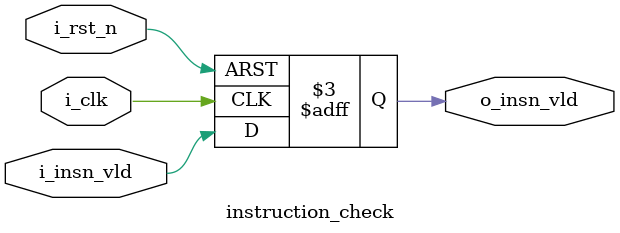
<source format=sv>
module instruction_check (
    input logic i_insn_vld,
    input logic i_clk, i_rst_n,
    output logic o_insn_vld
);

always_ff @(posedge i_clk or negedge i_rst_n) begin
    if (!i_rst_n) begin
        o_insn_vld <= 1'b0;
    end else begin
        o_insn_vld <= i_insn_vld;
    end

end

endmodule
</source>
